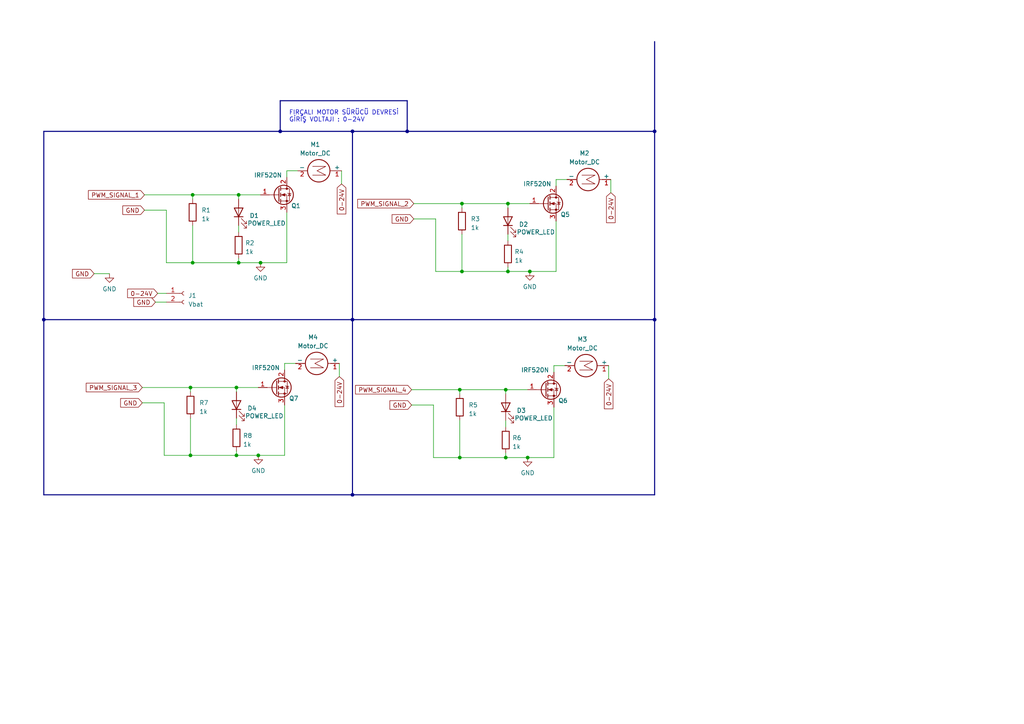
<source format=kicad_sch>
(kicad_sch (version 20230121) (generator eeschema)

  (uuid 1fdaaade-05a0-4beb-917c-f9b1a5dd5be2)

  (paper "A4")

  (lib_symbols
    (symbol "Connector:Conn_01x02_Socket" (pin_names (offset 1.016) hide) (in_bom yes) (on_board yes)
      (property "Reference" "J" (at 0 2.54 0)
        (effects (font (size 1.27 1.27)))
      )
      (property "Value" "Conn_01x02_Socket" (at 0 -5.08 0)
        (effects (font (size 1.27 1.27)))
      )
      (property "Footprint" "" (at 0 0 0)
        (effects (font (size 1.27 1.27)) hide)
      )
      (property "Datasheet" "~" (at 0 0 0)
        (effects (font (size 1.27 1.27)) hide)
      )
      (property "ki_locked" "" (at 0 0 0)
        (effects (font (size 1.27 1.27)))
      )
      (property "ki_keywords" "connector" (at 0 0 0)
        (effects (font (size 1.27 1.27)) hide)
      )
      (property "ki_description" "Generic connector, single row, 01x02, script generated" (at 0 0 0)
        (effects (font (size 1.27 1.27)) hide)
      )
      (property "ki_fp_filters" "Connector*:*_1x??_*" (at 0 0 0)
        (effects (font (size 1.27 1.27)) hide)
      )
      (symbol "Conn_01x02_Socket_1_1"
        (arc (start 0 -2.032) (mid -0.5058 -2.54) (end 0 -3.048)
          (stroke (width 0.1524) (type default))
          (fill (type none))
        )
        (polyline
          (pts
            (xy -1.27 -2.54)
            (xy -0.508 -2.54)
          )
          (stroke (width 0.1524) (type default))
          (fill (type none))
        )
        (polyline
          (pts
            (xy -1.27 0)
            (xy -0.508 0)
          )
          (stroke (width 0.1524) (type default))
          (fill (type none))
        )
        (arc (start 0 0.508) (mid -0.5058 0) (end 0 -0.508)
          (stroke (width 0.1524) (type default))
          (fill (type none))
        )
        (pin passive line (at -5.08 0 0) (length 3.81)
          (name "Pin_1" (effects (font (size 1.27 1.27))))
          (number "1" (effects (font (size 1.27 1.27))))
        )
        (pin passive line (at -5.08 -2.54 0) (length 3.81)
          (name "Pin_2" (effects (font (size 1.27 1.27))))
          (number "2" (effects (font (size 1.27 1.27))))
        )
      )
    )
    (symbol "Device:LED" (pin_numbers hide) (pin_names (offset 1.016) hide) (in_bom yes) (on_board yes)
      (property "Reference" "D" (at 0 2.54 0)
        (effects (font (size 1.27 1.27)))
      )
      (property "Value" "LED" (at 0 -2.54 0)
        (effects (font (size 1.27 1.27)))
      )
      (property "Footprint" "" (at 0 0 0)
        (effects (font (size 1.27 1.27)) hide)
      )
      (property "Datasheet" "~" (at 0 0 0)
        (effects (font (size 1.27 1.27)) hide)
      )
      (property "ki_keywords" "LED diode" (at 0 0 0)
        (effects (font (size 1.27 1.27)) hide)
      )
      (property "ki_description" "Light emitting diode" (at 0 0 0)
        (effects (font (size 1.27 1.27)) hide)
      )
      (property "ki_fp_filters" "LED* LED_SMD:* LED_THT:*" (at 0 0 0)
        (effects (font (size 1.27 1.27)) hide)
      )
      (symbol "LED_0_1"
        (polyline
          (pts
            (xy -1.27 -1.27)
            (xy -1.27 1.27)
          )
          (stroke (width 0.254) (type default))
          (fill (type none))
        )
        (polyline
          (pts
            (xy -1.27 0)
            (xy 1.27 0)
          )
          (stroke (width 0) (type default))
          (fill (type none))
        )
        (polyline
          (pts
            (xy 1.27 -1.27)
            (xy 1.27 1.27)
            (xy -1.27 0)
            (xy 1.27 -1.27)
          )
          (stroke (width 0.254) (type default))
          (fill (type none))
        )
        (polyline
          (pts
            (xy -3.048 -0.762)
            (xy -4.572 -2.286)
            (xy -3.81 -2.286)
            (xy -4.572 -2.286)
            (xy -4.572 -1.524)
          )
          (stroke (width 0) (type default))
          (fill (type none))
        )
        (polyline
          (pts
            (xy -1.778 -0.762)
            (xy -3.302 -2.286)
            (xy -2.54 -2.286)
            (xy -3.302 -2.286)
            (xy -3.302 -1.524)
          )
          (stroke (width 0) (type default))
          (fill (type none))
        )
      )
      (symbol "LED_1_1"
        (pin passive line (at -3.81 0 0) (length 2.54)
          (name "K" (effects (font (size 1.27 1.27))))
          (number "1" (effects (font (size 1.27 1.27))))
        )
        (pin passive line (at 3.81 0 180) (length 2.54)
          (name "A" (effects (font (size 1.27 1.27))))
          (number "2" (effects (font (size 1.27 1.27))))
        )
      )
    )
    (symbol "Device:R" (pin_numbers hide) (pin_names (offset 0)) (in_bom yes) (on_board yes)
      (property "Reference" "R" (at 2.032 0 90)
        (effects (font (size 1.27 1.27)))
      )
      (property "Value" "R" (at 0 0 90)
        (effects (font (size 1.27 1.27)))
      )
      (property "Footprint" "" (at -1.778 0 90)
        (effects (font (size 1.27 1.27)) hide)
      )
      (property "Datasheet" "~" (at 0 0 0)
        (effects (font (size 1.27 1.27)) hide)
      )
      (property "ki_keywords" "R res resistor" (at 0 0 0)
        (effects (font (size 1.27 1.27)) hide)
      )
      (property "ki_description" "Resistor" (at 0 0 0)
        (effects (font (size 1.27 1.27)) hide)
      )
      (property "ki_fp_filters" "R_*" (at 0 0 0)
        (effects (font (size 1.27 1.27)) hide)
      )
      (symbol "R_0_1"
        (rectangle (start -1.016 -2.54) (end 1.016 2.54)
          (stroke (width 0.254) (type default))
          (fill (type none))
        )
      )
      (symbol "R_1_1"
        (pin passive line (at 0 3.81 270) (length 1.27)
          (name "~" (effects (font (size 1.27 1.27))))
          (number "1" (effects (font (size 1.27 1.27))))
        )
        (pin passive line (at 0 -3.81 90) (length 1.27)
          (name "~" (effects (font (size 1.27 1.27))))
          (number "2" (effects (font (size 1.27 1.27))))
        )
      )
    )
    (symbol "Motor:Motor_DC" (pin_names (offset 0)) (in_bom yes) (on_board yes)
      (property "Reference" "M" (at 2.54 2.54 0)
        (effects (font (size 1.27 1.27)) (justify left))
      )
      (property "Value" "Motor_DC" (at 2.54 -5.08 0)
        (effects (font (size 1.27 1.27)) (justify left top))
      )
      (property "Footprint" "" (at 0 -2.286 0)
        (effects (font (size 1.27 1.27)) hide)
      )
      (property "Datasheet" "~" (at 0 -2.286 0)
        (effects (font (size 1.27 1.27)) hide)
      )
      (property "ki_keywords" "DC Motor" (at 0 0 0)
        (effects (font (size 1.27 1.27)) hide)
      )
      (property "ki_description" "DC Motor" (at 0 0 0)
        (effects (font (size 1.27 1.27)) hide)
      )
      (property "ki_fp_filters" "PinHeader*P2.54mm* TerminalBlock*" (at 0 0 0)
        (effects (font (size 1.27 1.27)) hide)
      )
      (symbol "Motor_DC_0_0"
        (polyline
          (pts
            (xy -1.27 -3.302)
            (xy -1.27 0.508)
            (xy 0 -2.032)
            (xy 1.27 0.508)
            (xy 1.27 -3.302)
          )
          (stroke (width 0) (type default))
          (fill (type none))
        )
      )
      (symbol "Motor_DC_0_1"
        (circle (center 0 -1.524) (radius 3.2512)
          (stroke (width 0.254) (type default))
          (fill (type none))
        )
        (polyline
          (pts
            (xy 0 -7.62)
            (xy 0 -7.112)
          )
          (stroke (width 0) (type default))
          (fill (type none))
        )
        (polyline
          (pts
            (xy 0 -4.7752)
            (xy 0 -5.1816)
          )
          (stroke (width 0) (type default))
          (fill (type none))
        )
        (polyline
          (pts
            (xy 0 1.7272)
            (xy 0 2.0828)
          )
          (stroke (width 0) (type default))
          (fill (type none))
        )
        (polyline
          (pts
            (xy 0 2.032)
            (xy 0 2.54)
          )
          (stroke (width 0) (type default))
          (fill (type none))
        )
      )
      (symbol "Motor_DC_1_1"
        (pin passive line (at 0 5.08 270) (length 2.54)
          (name "+" (effects (font (size 1.27 1.27))))
          (number "1" (effects (font (size 1.27 1.27))))
        )
        (pin passive line (at 0 -7.62 90) (length 2.54)
          (name "-" (effects (font (size 1.27 1.27))))
          (number "2" (effects (font (size 1.27 1.27))))
        )
      )
    )
    (symbol "Transistor_FET:IRF540N" (pin_names hide) (in_bom yes) (on_board yes)
      (property "Reference" "Q" (at 6.35 1.905 0)
        (effects (font (size 1.27 1.27)) (justify left))
      )
      (property "Value" "IRF540N" (at 6.35 0 0)
        (effects (font (size 1.27 1.27)) (justify left))
      )
      (property "Footprint" "Package_TO_SOT_THT:TO-220-3_Vertical" (at 6.35 -1.905 0)
        (effects (font (size 1.27 1.27) italic) (justify left) hide)
      )
      (property "Datasheet" "http://www.irf.com/product-info/datasheets/data/irf540n.pdf" (at 0 0 0)
        (effects (font (size 1.27 1.27)) (justify left) hide)
      )
      (property "ki_keywords" "HEXFET N-Channel MOSFET" (at 0 0 0)
        (effects (font (size 1.27 1.27)) hide)
      )
      (property "ki_description" "33A Id, 100V Vds, HEXFET N-Channel MOSFET, TO-220" (at 0 0 0)
        (effects (font (size 1.27 1.27)) hide)
      )
      (property "ki_fp_filters" "TO?220*" (at 0 0 0)
        (effects (font (size 1.27 1.27)) hide)
      )
      (symbol "IRF540N_0_1"
        (polyline
          (pts
            (xy 0.254 0)
            (xy -2.54 0)
          )
          (stroke (width 0) (type default))
          (fill (type none))
        )
        (polyline
          (pts
            (xy 0.254 1.905)
            (xy 0.254 -1.905)
          )
          (stroke (width 0.254) (type default))
          (fill (type none))
        )
        (polyline
          (pts
            (xy 0.762 -1.27)
            (xy 0.762 -2.286)
          )
          (stroke (width 0.254) (type default))
          (fill (type none))
        )
        (polyline
          (pts
            (xy 0.762 0.508)
            (xy 0.762 -0.508)
          )
          (stroke (width 0.254) (type default))
          (fill (type none))
        )
        (polyline
          (pts
            (xy 0.762 2.286)
            (xy 0.762 1.27)
          )
          (stroke (width 0.254) (type default))
          (fill (type none))
        )
        (polyline
          (pts
            (xy 2.54 2.54)
            (xy 2.54 1.778)
          )
          (stroke (width 0) (type default))
          (fill (type none))
        )
        (polyline
          (pts
            (xy 2.54 -2.54)
            (xy 2.54 0)
            (xy 0.762 0)
          )
          (stroke (width 0) (type default))
          (fill (type none))
        )
        (polyline
          (pts
            (xy 0.762 -1.778)
            (xy 3.302 -1.778)
            (xy 3.302 1.778)
            (xy 0.762 1.778)
          )
          (stroke (width 0) (type default))
          (fill (type none))
        )
        (polyline
          (pts
            (xy 1.016 0)
            (xy 2.032 0.381)
            (xy 2.032 -0.381)
            (xy 1.016 0)
          )
          (stroke (width 0) (type default))
          (fill (type outline))
        )
        (polyline
          (pts
            (xy 2.794 0.508)
            (xy 2.921 0.381)
            (xy 3.683 0.381)
            (xy 3.81 0.254)
          )
          (stroke (width 0) (type default))
          (fill (type none))
        )
        (polyline
          (pts
            (xy 3.302 0.381)
            (xy 2.921 -0.254)
            (xy 3.683 -0.254)
            (xy 3.302 0.381)
          )
          (stroke (width 0) (type default))
          (fill (type none))
        )
        (circle (center 1.651 0) (radius 2.794)
          (stroke (width 0.254) (type default))
          (fill (type none))
        )
        (circle (center 2.54 -1.778) (radius 0.254)
          (stroke (width 0) (type default))
          (fill (type outline))
        )
        (circle (center 2.54 1.778) (radius 0.254)
          (stroke (width 0) (type default))
          (fill (type outline))
        )
      )
      (symbol "IRF540N_1_1"
        (pin input line (at -5.08 0 0) (length 2.54)
          (name "G" (effects (font (size 1.27 1.27))))
          (number "1" (effects (font (size 1.27 1.27))))
        )
        (pin passive line (at 2.54 5.08 270) (length 2.54)
          (name "D" (effects (font (size 1.27 1.27))))
          (number "2" (effects (font (size 1.27 1.27))))
        )
        (pin passive line (at 2.54 -5.08 90) (length 2.54)
          (name "S" (effects (font (size 1.27 1.27))))
          (number "3" (effects (font (size 1.27 1.27))))
        )
      )
    )
    (symbol "power:GND" (power) (pin_names (offset 0)) (in_bom yes) (on_board yes)
      (property "Reference" "#PWR" (at 0 -6.35 0)
        (effects (font (size 1.27 1.27)) hide)
      )
      (property "Value" "GND" (at 0 -3.81 0)
        (effects (font (size 1.27 1.27)))
      )
      (property "Footprint" "" (at 0 0 0)
        (effects (font (size 1.27 1.27)) hide)
      )
      (property "Datasheet" "" (at 0 0 0)
        (effects (font (size 1.27 1.27)) hide)
      )
      (property "ki_keywords" "global power" (at 0 0 0)
        (effects (font (size 1.27 1.27)) hide)
      )
      (property "ki_description" "Power symbol creates a global label with name \"GND\" , ground" (at 0 0 0)
        (effects (font (size 1.27 1.27)) hide)
      )
      (symbol "GND_0_1"
        (polyline
          (pts
            (xy 0 0)
            (xy 0 -1.27)
            (xy 1.27 -1.27)
            (xy 0 -2.54)
            (xy -1.27 -1.27)
            (xy 0 -1.27)
          )
          (stroke (width 0) (type default))
          (fill (type none))
        )
      )
      (symbol "GND_1_1"
        (pin power_in line (at 0 0 270) (length 0) hide
          (name "GND" (effects (font (size 1.27 1.27))))
          (number "1" (effects (font (size 1.27 1.27))))
        )
      )
    )
  )

  (junction (at 153.035 132.715) (diameter 0) (color 0 0 0 0)
    (uuid 06927b01-0480-4dfa-9f22-7d95f2141f4f)
  )
  (junction (at 74.93 132.08) (diameter 0) (color 0 0 0 0)
    (uuid 0f93cf7b-c7ee-4dda-af63-2701694cd556)
  )
  (junction (at 147.32 78.74) (diameter 0) (color 0 0 0 0)
    (uuid 100c0c21-4ac8-428d-b9fa-f1892203c060)
  )
  (junction (at 75.565 76.2) (diameter 0) (color 0 0 0 0)
    (uuid 13f9f974-2923-420b-84b8-924651827537)
  )
  (junction (at 55.245 112.395) (diameter 0) (color 0 0 0 0)
    (uuid 149af89f-0879-44e3-b2e5-8cddba0657c9)
  )
  (junction (at 55.88 56.515) (diameter 0) (color 0 0 0 0)
    (uuid 1e177238-d4f2-4399-8577-1fe004215569)
  )
  (junction (at 153.67 78.74) (diameter 0) (color 0 0 0 0)
    (uuid 1e98990c-c7ed-4107-9aa0-54503f55dda9)
  )
  (junction (at 146.685 113.03) (diameter 0) (color 0 0 0 0)
    (uuid 20f22396-37b4-4e48-8651-062cfefc0d08)
  )
  (junction (at 147.32 59.055) (diameter 0) (color 0 0 0 0)
    (uuid 2288f5ba-20be-44c4-9194-18fd8bed517c)
  )
  (junction (at 12.7 92.71) (diameter 0) (color 0 0 0 0)
    (uuid 2801b9a6-8c88-49cb-bc83-fd3946605019)
  )
  (junction (at 68.58 132.08) (diameter 0) (color 0 0 0 0)
    (uuid 285480ca-17e1-4a2a-bae8-ad0516685bd5)
  )
  (junction (at 55.245 132.08) (diameter 0) (color 0 0 0 0)
    (uuid 28bba9f5-0601-4fae-974a-8a3d06957a78)
  )
  (junction (at 81.28 38.1) (diameter 0) (color 0 0 0 0)
    (uuid 2afd5048-150f-4cfe-8cc1-63644c4cc4e4)
  )
  (junction (at 102.235 92.71) (diameter 0) (color 0 0 0 0)
    (uuid 2cc21faf-28f0-4c1e-a84a-914467c981f2)
  )
  (junction (at 69.215 56.515) (diameter 0) (color 0 0 0 0)
    (uuid 3abbd779-b55f-4016-be15-cbd2021910d3)
  )
  (junction (at 55.88 76.2) (diameter 0) (color 0 0 0 0)
    (uuid 3ac43877-6bfa-4f97-afd1-945e79484603)
  )
  (junction (at 146.685 132.715) (diameter 0) (color 0 0 0 0)
    (uuid 479a2a86-595e-46c2-bf1f-47f22b95f023)
  )
  (junction (at 69.215 76.2) (diameter 0) (color 0 0 0 0)
    (uuid 4a8dfb40-e99e-4614-8375-72361e850450)
  )
  (junction (at 133.985 78.74) (diameter 0) (color 0 0 0 0)
    (uuid 4e969ad5-3aaa-4a91-a8e3-b7b923ff4898)
  )
  (junction (at 68.58 112.395) (diameter 0) (color 0 0 0 0)
    (uuid 6036ff12-e042-40c6-b220-a087b73565ff)
  )
  (junction (at 133.35 113.03) (diameter 0) (color 0 0 0 0)
    (uuid 694b91ca-6d14-4ff4-908e-03e266b123ec)
  )
  (junction (at 189.865 38.1) (diameter 0) (color 0 0 0 0)
    (uuid abd882b3-7489-41a5-ae65-e28913420fe9)
  )
  (junction (at 189.865 92.71) (diameter 0) (color 0 0 0 0)
    (uuid ae4f4afd-b11c-4353-a34f-bad5f356b4b0)
  )
  (junction (at 102.235 143.51) (diameter 0) (color 0 0 0 0)
    (uuid c6cdff3f-3749-46d4-9da8-7366d03f0149)
  )
  (junction (at 118.11 38.1) (diameter 0) (color 0 0 0 0)
    (uuid d3aef8e2-d6e3-463c-bd93-96da71eef6ad)
  )
  (junction (at 133.985 59.055) (diameter 0) (color 0 0 0 0)
    (uuid eb638226-3519-48ad-8e5f-a73ed0982f20)
  )
  (junction (at 133.35 132.715) (diameter 0) (color 0 0 0 0)
    (uuid f1c925db-ba83-4824-9fa7-7d324e8c8e2c)
  )
  (junction (at 102.235 38.1) (diameter 0) (color 0 0 0 0)
    (uuid f4a508f1-e6a2-4f64-9a3f-14b641e04a90)
  )

  (wire (pts (xy 160.655 106.045) (xy 160.655 107.95))
    (stroke (width 0) (type default))
    (uuid 04234e44-054d-4550-b118-d0995c820f3f)
  )
  (wire (pts (xy 126.365 63.5) (xy 120.015 63.5))
    (stroke (width 0) (type default))
    (uuid 0720832e-a891-4bf7-a619-33e1214cdf34)
  )
  (wire (pts (xy 55.245 132.08) (xy 68.58 132.08))
    (stroke (width 0) (type default))
    (uuid 0b1a3bd8-2797-470e-8870-837b5d207619)
  )
  (bus (pts (xy 12.7 38.1) (xy 12.7 92.71))
    (stroke (width 0) (type default))
    (uuid 0e5ea72b-e842-4572-ba29-10b53f2958a3)
  )

  (wire (pts (xy 68.58 132.08) (xy 68.58 130.81))
    (stroke (width 0) (type default))
    (uuid 0efaa087-ada8-4a04-b71b-957c7c417edf)
  )
  (bus (pts (xy 189.865 92.71) (xy 189.865 143.51))
    (stroke (width 0) (type default))
    (uuid 10fe130a-b052-4b28-8787-1cfcf421a2b0)
  )

  (wire (pts (xy 133.35 121.92) (xy 133.35 132.715))
    (stroke (width 0) (type default))
    (uuid 115ab2f8-203a-4a18-9dfc-2b4e4cc22ea5)
  )
  (wire (pts (xy 55.88 76.2) (xy 69.215 76.2))
    (stroke (width 0) (type default))
    (uuid 12950664-ae17-4a4a-8913-36473bef1303)
  )
  (bus (pts (xy 102.235 143.51) (xy 12.7 143.51))
    (stroke (width 0) (type default))
    (uuid 14f2cc80-ac24-40bb-9450-e12da0594b23)
  )

  (wire (pts (xy 69.215 76.2) (xy 75.565 76.2))
    (stroke (width 0) (type default))
    (uuid 15874f07-3ad5-4123-93ea-6ffbaf7c6e3d)
  )
  (wire (pts (xy 45.72 85.09) (xy 48.26 85.09))
    (stroke (width 0) (type default))
    (uuid 15d422e5-ea25-471c-a327-75444de5cedb)
  )
  (wire (pts (xy 125.73 117.475) (xy 125.73 132.715))
    (stroke (width 0) (type default))
    (uuid 19fedf18-361b-4e11-bff2-dfdeaccf6608)
  )
  (bus (pts (xy 189.865 143.51) (xy 102.235 143.51))
    (stroke (width 0) (type default))
    (uuid 1a9fa78d-227a-4686-9717-47f6ee81b1f1)
  )
  (bus (pts (xy 102.235 92.71) (xy 102.235 38.1))
    (stroke (width 0) (type default))
    (uuid 1b2b3498-7293-44a0-898b-ca690bf89ffd)
  )

  (wire (pts (xy 41.91 56.515) (xy 55.88 56.515))
    (stroke (width 0) (type default))
    (uuid 1d635875-d1b0-4524-86c5-8f2b63f9fe5f)
  )
  (bus (pts (xy 12.7 92.71) (xy 12.7 143.51))
    (stroke (width 0) (type default))
    (uuid 20c3b625-22b6-4cc9-a3f7-8bcf42606f85)
  )
  (bus (pts (xy 118.11 29.21) (xy 118.11 38.1))
    (stroke (width 0) (type default))
    (uuid 22e4d149-0f3c-4090-a5ce-78f2d6aaadf3)
  )

  (wire (pts (xy 69.215 56.515) (xy 75.565 56.515))
    (stroke (width 0) (type default))
    (uuid 2898b2a1-72a1-4626-8838-e8e9c5dbd7c3)
  )
  (wire (pts (xy 125.73 117.475) (xy 119.38 117.475))
    (stroke (width 0) (type default))
    (uuid 293f3ccd-a165-4dbb-993c-12d1b76c8e69)
  )
  (wire (pts (xy 48.26 76.2) (xy 55.88 76.2))
    (stroke (width 0) (type default))
    (uuid 29f62fa7-91a9-42bd-b873-37d1f1c9e1fd)
  )
  (wire (pts (xy 68.58 132.08) (xy 74.93 132.08))
    (stroke (width 0) (type default))
    (uuid 2bc10a42-b300-4dde-b0ee-efd5f4542c02)
  )
  (bus (pts (xy 102.235 92.71) (xy 189.865 92.71))
    (stroke (width 0) (type default))
    (uuid 2d8a0014-e681-49fc-9939-413b5495c05c)
  )

  (wire (pts (xy 133.35 113.03) (xy 146.685 113.03))
    (stroke (width 0) (type default))
    (uuid 31deb244-a157-4cb9-86d6-ecb419080f15)
  )
  (bus (pts (xy 12.7 92.71) (xy 102.235 92.71))
    (stroke (width 0) (type default))
    (uuid 33811e75-f88d-4167-a1c2-205ebf9fda52)
  )

  (wire (pts (xy 146.685 132.715) (xy 146.685 131.445))
    (stroke (width 0) (type default))
    (uuid 3560abf9-e27d-44d1-b6ff-9d5f8d53372f)
  )
  (wire (pts (xy 47.625 116.84) (xy 47.625 132.08))
    (stroke (width 0) (type default))
    (uuid 37608123-3842-401e-9e89-0e66456db313)
  )
  (wire (pts (xy 69.215 76.2) (xy 69.215 74.93))
    (stroke (width 0) (type default))
    (uuid 38f1c265-34de-499f-9aeb-e078f6daf820)
  )
  (wire (pts (xy 27.305 79.375) (xy 31.75 79.375))
    (stroke (width 0) (type default))
    (uuid 3ec653cf-f2ec-4f76-814d-012566997565)
  )
  (wire (pts (xy 55.88 56.515) (xy 69.215 56.515))
    (stroke (width 0) (type default))
    (uuid 43d89d19-b841-49dc-a324-7ad53c6fd0f0)
  )
  (wire (pts (xy 83.185 76.2) (xy 75.565 76.2))
    (stroke (width 0) (type default))
    (uuid 4717e6f4-5974-4124-a3d4-58cc68704531)
  )
  (wire (pts (xy 146.685 121.92) (xy 146.685 123.825))
    (stroke (width 0) (type default))
    (uuid 47c45f3b-5cc3-4969-9004-34d353df8740)
  )
  (wire (pts (xy 68.58 112.395) (xy 74.93 112.395))
    (stroke (width 0) (type default))
    (uuid 497ddebd-7db7-46fc-8485-018906fb2bd9)
  )
  (wire (pts (xy 99.06 49.53) (xy 99.06 53.34))
    (stroke (width 0) (type default))
    (uuid 4e964a29-b84b-44d3-8c5d-c434794f80f8)
  )
  (wire (pts (xy 47.625 116.84) (xy 41.275 116.84))
    (stroke (width 0) (type default))
    (uuid 52ee6f59-1f84-4424-ada3-027a0bbbd57e)
  )
  (wire (pts (xy 48.26 60.96) (xy 41.91 60.96))
    (stroke (width 0) (type default))
    (uuid 53b1aaf9-19c5-47dc-b5d0-468ce760d244)
  )
  (wire (pts (xy 133.985 67.945) (xy 133.985 78.74))
    (stroke (width 0) (type default))
    (uuid 5eed6bdb-3df2-480d-93d7-cc0919b3eb31)
  )
  (wire (pts (xy 83.185 49.53) (xy 83.185 51.435))
    (stroke (width 0) (type default))
    (uuid 6467dbfb-7664-4df8-9089-d297e55f5cf1)
  )
  (wire (pts (xy 68.58 121.285) (xy 68.58 123.19))
    (stroke (width 0) (type default))
    (uuid 66901b7e-3243-44ff-b302-3ea547e79ce3)
  )
  (wire (pts (xy 133.985 78.74) (xy 147.32 78.74))
    (stroke (width 0) (type default))
    (uuid 694bde44-a025-448a-ba46-205d7331aca6)
  )
  (wire (pts (xy 47.625 132.08) (xy 55.245 132.08))
    (stroke (width 0) (type default))
    (uuid 71927b94-ee36-4301-a7fb-73fddcb835ea)
  )
  (bus (pts (xy 102.235 92.71) (xy 102.235 143.51))
    (stroke (width 0) (type default))
    (uuid 769d722e-080a-4204-9f70-9a7aa060f835)
  )

  (wire (pts (xy 147.32 59.055) (xy 153.67 59.055))
    (stroke (width 0) (type default))
    (uuid 775f2f6b-3d74-4a12-a0b3-b31c023acd16)
  )
  (wire (pts (xy 98.425 105.41) (xy 98.425 109.22))
    (stroke (width 0) (type default))
    (uuid 8030dbfb-77c7-432a-9df1-57f805c9a284)
  )
  (wire (pts (xy 133.985 60.325) (xy 133.985 59.055))
    (stroke (width 0) (type default))
    (uuid 80c93cbe-007b-4050-91f3-07213ec36135)
  )
  (wire (pts (xy 55.88 65.405) (xy 55.88 76.2))
    (stroke (width 0) (type default))
    (uuid 8334f647-52d4-454c-8e47-601021122d47)
  )
  (wire (pts (xy 147.32 60.325) (xy 147.32 59.055))
    (stroke (width 0) (type default))
    (uuid 87373f3e-9df2-438e-b646-e2264692a622)
  )
  (wire (pts (xy 133.35 132.715) (xy 146.685 132.715))
    (stroke (width 0) (type default))
    (uuid 8bb0cc43-75c4-4d19-8349-10580d472699)
  )
  (wire (pts (xy 161.29 64.135) (xy 161.29 78.74))
    (stroke (width 0) (type default))
    (uuid 8bd9fcc7-6e7a-4f85-8e0f-e1b0ff6e4e0c)
  )
  (wire (pts (xy 83.185 61.595) (xy 83.185 76.2))
    (stroke (width 0) (type default))
    (uuid 8df67496-bc9f-4e8e-9f78-373467289570)
  )
  (wire (pts (xy 126.365 78.74) (xy 133.985 78.74))
    (stroke (width 0) (type default))
    (uuid 90dec197-c81e-4887-9a5b-0a7316562b25)
  )
  (wire (pts (xy 41.275 112.395) (xy 55.245 112.395))
    (stroke (width 0) (type default))
    (uuid 9b5361c3-b7bc-4c8f-ac74-bbfa30933e0f)
  )
  (bus (pts (xy 118.11 38.1) (xy 189.865 38.1))
    (stroke (width 0) (type default))
    (uuid 9c952ab0-a3c4-4145-937a-7db5be24ad66)
  )

  (wire (pts (xy 85.725 105.41) (xy 82.55 105.41))
    (stroke (width 0) (type default))
    (uuid 9fbfb0c4-0e91-4f98-b7a9-d2146fd943e3)
  )
  (bus (pts (xy 189.865 12.065) (xy 189.865 38.1))
    (stroke (width 0) (type default))
    (uuid a151bc1e-bd19-43b6-bdf6-e1d3ee1321fd)
  )

  (wire (pts (xy 126.365 63.5) (xy 126.365 78.74))
    (stroke (width 0) (type default))
    (uuid a1c8bd00-6d7c-4c2e-9162-b45072ccb93f)
  )
  (wire (pts (xy 82.55 117.475) (xy 82.55 132.08))
    (stroke (width 0) (type default))
    (uuid a55c8ae8-4275-44ec-a2b4-1294bc49499d)
  )
  (wire (pts (xy 146.685 113.03) (xy 153.035 113.03))
    (stroke (width 0) (type default))
    (uuid a6222179-5779-4df8-888f-9aab2e3817a7)
  )
  (wire (pts (xy 48.26 60.96) (xy 48.26 76.2))
    (stroke (width 0) (type default))
    (uuid a76b36a2-7658-49fc-863f-611954dddf90)
  )
  (wire (pts (xy 55.245 112.395) (xy 68.58 112.395))
    (stroke (width 0) (type default))
    (uuid a7952d68-5f9f-475c-902e-42e1e74a5374)
  )
  (bus (pts (xy 102.235 38.1) (xy 118.11 38.1))
    (stroke (width 0) (type default))
    (uuid aae4107b-26ce-454d-9e94-2761c28eda75)
  )

  (wire (pts (xy 176.53 106.045) (xy 176.53 109.855))
    (stroke (width 0) (type default))
    (uuid adc516bc-7da2-4af1-862e-287c50e7618b)
  )
  (wire (pts (xy 147.32 67.945) (xy 147.32 69.85))
    (stroke (width 0) (type default))
    (uuid adff20aa-2ee1-4ef3-945e-2de0510a495a)
  )
  (wire (pts (xy 160.655 132.715) (xy 153.035 132.715))
    (stroke (width 0) (type default))
    (uuid b15960aa-358e-4cc0-a221-be78452fed3f)
  )
  (wire (pts (xy 163.83 106.045) (xy 160.655 106.045))
    (stroke (width 0) (type default))
    (uuid b21ebccb-ca75-4e9d-9a55-7303ae2a62dc)
  )
  (bus (pts (xy 81.28 38.1) (xy 81.28 29.21))
    (stroke (width 0) (type default))
    (uuid b52f8b72-99ec-4315-a903-1c833fbd922d)
  )

  (wire (pts (xy 69.215 65.405) (xy 69.215 67.31))
    (stroke (width 0) (type default))
    (uuid b6d9ee40-46ba-403b-82e1-10085cd4757f)
  )
  (wire (pts (xy 161.29 52.07) (xy 161.29 53.975))
    (stroke (width 0) (type default))
    (uuid b99a261d-3936-4af8-b3d1-960d0e059ccd)
  )
  (wire (pts (xy 164.465 52.07) (xy 161.29 52.07))
    (stroke (width 0) (type default))
    (uuid c2992c1a-ee47-4bde-a198-9fb13a97c497)
  )
  (bus (pts (xy 102.235 38.1) (xy 81.28 38.1))
    (stroke (width 0) (type default))
    (uuid c9004478-b7d6-4758-a7db-4b0fbd17da3e)
  )

  (wire (pts (xy 119.38 113.03) (xy 133.35 113.03))
    (stroke (width 0) (type default))
    (uuid cbce7f07-2c7c-4b90-b443-9e3c3dcb084e)
  )
  (wire (pts (xy 161.29 78.74) (xy 153.67 78.74))
    (stroke (width 0) (type default))
    (uuid cea0628f-361d-418b-a65d-03151bcf4def)
  )
  (bus (pts (xy 189.865 38.1) (xy 189.865 92.71))
    (stroke (width 0) (type default))
    (uuid d057afd5-67d3-43bd-bc03-a05cbba9356e)
  )
  (bus (pts (xy 81.28 38.1) (xy 12.7 38.1))
    (stroke (width 0) (type default))
    (uuid d3ff8a00-f194-4192-90c1-7cdd4c6710a9)
  )

  (wire (pts (xy 86.36 49.53) (xy 83.185 49.53))
    (stroke (width 0) (type default))
    (uuid d546f025-0d53-4613-bf65-2fe9a2e36eca)
  )
  (wire (pts (xy 45.085 87.63) (xy 48.26 87.63))
    (stroke (width 0) (type default))
    (uuid d696a0de-5e84-4413-9138-dcc9b8c5ca8a)
  )
  (wire (pts (xy 133.985 59.055) (xy 147.32 59.055))
    (stroke (width 0) (type default))
    (uuid d89b1fdc-59aa-476a-8d72-31d01360d5bc)
  )
  (wire (pts (xy 55.245 121.285) (xy 55.245 132.08))
    (stroke (width 0) (type default))
    (uuid dc401924-ae1d-4e5b-8513-03c86717673e)
  )
  (wire (pts (xy 69.215 57.785) (xy 69.215 56.515))
    (stroke (width 0) (type default))
    (uuid dc9fa320-cdea-4537-b968-0db8dd2e073a)
  )
  (wire (pts (xy 160.655 118.11) (xy 160.655 132.715))
    (stroke (width 0) (type default))
    (uuid dedfe620-1e2b-400d-9705-8f0471441a4b)
  )
  (wire (pts (xy 82.55 132.08) (xy 74.93 132.08))
    (stroke (width 0) (type default))
    (uuid e01c5060-7ab6-4a98-b6f8-813b6490ae9c)
  )
  (wire (pts (xy 146.685 114.3) (xy 146.685 113.03))
    (stroke (width 0) (type default))
    (uuid e221c99e-dc0a-4615-8245-939b1656e1d0)
  )
  (wire (pts (xy 133.35 114.3) (xy 133.35 113.03))
    (stroke (width 0) (type default))
    (uuid e4ce0507-678a-4d3c-b84a-0e6993ab8fb4)
  )
  (wire (pts (xy 147.32 78.74) (xy 153.67 78.74))
    (stroke (width 0) (type default))
    (uuid e8d8aa4b-127a-47c5-9068-4d3a87256477)
  )
  (wire (pts (xy 55.88 57.785) (xy 55.88 56.515))
    (stroke (width 0) (type default))
    (uuid e8f92412-ac47-49a4-96a4-de8f1c1713b2)
  )
  (wire (pts (xy 147.32 78.74) (xy 147.32 77.47))
    (stroke (width 0) (type default))
    (uuid e904a8c6-f743-463d-8dfc-ec26514bd05d)
  )
  (wire (pts (xy 55.245 113.665) (xy 55.245 112.395))
    (stroke (width 0) (type default))
    (uuid e9fdf701-14c7-45fa-9721-7797dfbe32df)
  )
  (wire (pts (xy 146.685 132.715) (xy 153.035 132.715))
    (stroke (width 0) (type default))
    (uuid ec8dc5f3-f2ee-4ff7-8191-23d3fd1a72d3)
  )
  (wire (pts (xy 177.165 52.07) (xy 177.165 55.88))
    (stroke (width 0) (type default))
    (uuid ec94565e-7378-439d-a853-97af5f1e8eeb)
  )
  (wire (pts (xy 82.55 105.41) (xy 82.55 107.315))
    (stroke (width 0) (type default))
    (uuid f1b7c35c-a4ed-4f8a-bb27-2e34a7e8f6a9)
  )
  (bus (pts (xy 81.28 29.21) (xy 118.11 29.21))
    (stroke (width 0) (type default))
    (uuid f43e01c3-6686-472c-bfcf-2b370e1aef26)
  )

  (wire (pts (xy 125.73 132.715) (xy 133.35 132.715))
    (stroke (width 0) (type default))
    (uuid f9140720-bcc6-4c41-84cd-a381a2715fd1)
  )
  (wire (pts (xy 120.015 59.055) (xy 133.985 59.055))
    (stroke (width 0) (type default))
    (uuid fab4d138-e460-4031-858f-401d8f8506eb)
  )
  (wire (pts (xy 68.58 113.665) (xy 68.58 112.395))
    (stroke (width 0) (type default))
    (uuid fdea7d60-588b-4673-8da0-616830f1a5de)
  )

  (text "FIRÇALI MOTOR SÜRÜCÜ DEVRESİ\nGİRİŞ VOLTAJI : 0-24V"
    (at 83.82 35.56 0)
    (effects (font (size 1.27 1.27)) (justify left bottom))
    (uuid 33ed9753-0a20-4937-bcdc-4d179dbc9ba1)
  )

  (global_label "GND" (shape input) (at 120.015 63.5 180) (fields_autoplaced)
    (effects (font (size 1.27 1.27)) (justify right))
    (uuid 0eb7867f-61fa-41cd-b892-7f3454ef4cea)
    (property "Intersheetrefs" "${INTERSHEET_REFS}" (at 113.2387 63.5 0)
      (effects (font (size 1.27 1.27)) (justify right) hide)
    )
  )
  (global_label "0-24V" (shape input) (at 99.06 53.34 270) (fields_autoplaced)
    (effects (font (size 1.27 1.27)) (justify right))
    (uuid 12f9f37e-0faf-4535-9ada-bb0f74c94d4e)
    (property "Intersheetrefs" "${INTERSHEET_REFS}" (at 99.06 62.5353 90)
      (effects (font (size 1.27 1.27)) (justify right) hide)
    )
  )
  (global_label "GND" (shape input) (at 27.305 79.375 180) (fields_autoplaced)
    (effects (font (size 1.27 1.27)) (justify right))
    (uuid 29c42449-e3d4-444e-bf26-5fc8497cfd6b)
    (property "Intersheetrefs" "${INTERSHEET_REFS}" (at 20.5287 79.375 0)
      (effects (font (size 1.27 1.27)) (justify right) hide)
    )
  )
  (global_label "0-24V" (shape input) (at 45.72 85.09 180) (fields_autoplaced)
    (effects (font (size 1.27 1.27)) (justify right))
    (uuid 44fdf085-41ff-4b00-84c7-cee32306e337)
    (property "Intersheetrefs" "${INTERSHEET_REFS}" (at 36.5247 85.09 0)
      (effects (font (size 1.27 1.27)) (justify right) hide)
    )
  )
  (global_label "PWM_SIGNAL_1" (shape input) (at 41.91 56.515 180) (fields_autoplaced)
    (effects (font (size 1.27 1.27)) (justify right))
    (uuid 4d9683f0-ff3f-4439-a661-a5c65ac86d64)
    (property "Intersheetrefs" "${INTERSHEET_REFS}" (at 25.1552 56.515 0)
      (effects (font (size 1.27 1.27)) (justify right) hide)
    )
  )
  (global_label "PWM_SIGNAL_2" (shape input) (at 120.015 59.055 180) (fields_autoplaced)
    (effects (font (size 1.27 1.27)) (justify right))
    (uuid 652c9bbb-64eb-4690-938e-0d866406f828)
    (property "Intersheetrefs" "${INTERSHEET_REFS}" (at 103.2602 59.055 0)
      (effects (font (size 1.27 1.27)) (justify right) hide)
    )
  )
  (global_label "0-24V" (shape input) (at 176.53 109.855 270) (fields_autoplaced)
    (effects (font (size 1.27 1.27)) (justify right))
    (uuid 6c3eec2f-fa69-4273-bce3-7b609c08badb)
    (property "Intersheetrefs" "${INTERSHEET_REFS}" (at 176.53 119.0503 90)
      (effects (font (size 1.27 1.27)) (justify right) hide)
    )
  )
  (global_label "0-24V" (shape input) (at 177.165 55.88 270) (fields_autoplaced)
    (effects (font (size 1.27 1.27)) (justify right))
    (uuid 6f0e7522-99bb-4290-bcb9-197c59c9d90c)
    (property "Intersheetrefs" "${INTERSHEET_REFS}" (at 177.165 65.0753 90)
      (effects (font (size 1.27 1.27)) (justify right) hide)
    )
  )
  (global_label "GND" (shape input) (at 119.38 117.475 180) (fields_autoplaced)
    (effects (font (size 1.27 1.27)) (justify right))
    (uuid 88756549-a501-40fc-b0c8-82f34f088434)
    (property "Intersheetrefs" "${INTERSHEET_REFS}" (at 112.6037 117.475 0)
      (effects (font (size 1.27 1.27)) (justify right) hide)
    )
  )
  (global_label "0-24V" (shape input) (at 98.425 109.22 270) (fields_autoplaced)
    (effects (font (size 1.27 1.27)) (justify right))
    (uuid b9cff2c5-2a30-4cda-9358-d854ecb8258f)
    (property "Intersheetrefs" "${INTERSHEET_REFS}" (at 98.425 118.4153 90)
      (effects (font (size 1.27 1.27)) (justify right) hide)
    )
  )
  (global_label "PWM_SIGNAL_4" (shape input) (at 119.38 113.03 180) (fields_autoplaced)
    (effects (font (size 1.27 1.27)) (justify right))
    (uuid cb478d0d-b437-465a-9f2c-3bc8d12ff6f6)
    (property "Intersheetrefs" "${INTERSHEET_REFS}" (at 102.6252 113.03 0)
      (effects (font (size 1.27 1.27)) (justify right) hide)
    )
  )
  (global_label "GND" (shape input) (at 41.91 60.96 180) (fields_autoplaced)
    (effects (font (size 1.27 1.27)) (justify right))
    (uuid cc4fd9d7-02b2-4c77-a72c-2579e8c5b63f)
    (property "Intersheetrefs" "${INTERSHEET_REFS}" (at 35.1337 60.96 0)
      (effects (font (size 1.27 1.27)) (justify right) hide)
    )
  )
  (global_label "GND" (shape input) (at 45.085 87.63 180) (fields_autoplaced)
    (effects (font (size 1.27 1.27)) (justify right))
    (uuid d684f401-45a5-42f2-bfa1-27002cda5fa6)
    (property "Intersheetrefs" "${INTERSHEET_REFS}" (at 38.3087 87.63 0)
      (effects (font (size 1.27 1.27)) (justify right) hide)
    )
  )
  (global_label "PWM_SIGNAL_3" (shape input) (at 41.275 112.395 180) (fields_autoplaced)
    (effects (font (size 1.27 1.27)) (justify right))
    (uuid dd4cdbfb-694b-4812-91bb-a60c9bbd7ebd)
    (property "Intersheetrefs" "${INTERSHEET_REFS}" (at 24.5202 112.395 0)
      (effects (font (size 1.27 1.27)) (justify right) hide)
    )
  )
  (global_label "GND" (shape input) (at 41.275 116.84 180) (fields_autoplaced)
    (effects (font (size 1.27 1.27)) (justify right))
    (uuid ea784529-a8ce-4bbc-8529-025f8630abd3)
    (property "Intersheetrefs" "${INTERSHEET_REFS}" (at 34.4987 116.84 0)
      (effects (font (size 1.27 1.27)) (justify right) hide)
    )
  )

  (symbol (lib_id "Transistor_FET:IRF540N") (at 158.75 59.055 0) (unit 1)
    (in_bom yes) (on_board yes) (dnp no)
    (uuid 03d8b7c0-33fc-4955-9b93-b6f0e9d316e7)
    (property "Reference" "Q5" (at 162.56 62.23 0)
      (effects (font (size 1.27 1.27)) (justify left))
    )
    (property "Value" "IRF520N" (at 151.765 53.34 0)
      (effects (font (size 1.27 1.27)) (justify left))
    )
    (property "Footprint" "Package_TO_SOT_THT:TO-220-3_Vertical" (at 165.1 60.96 0)
      (effects (font (size 1.27 1.27) italic) (justify left) hide)
    )
    (property "Datasheet" "http://www.irf.com/product-info/datasheets/data/irf540n.pdf" (at 158.75 59.055 0)
      (effects (font (size 1.27 1.27)) (justify left) hide)
    )
    (pin "1" (uuid 7ea64735-72ee-41ce-87bb-05374ba829eb))
    (pin "2" (uuid 010c2d60-6b67-41f0-a2ed-456a6d4530af))
    (pin "3" (uuid 6004976a-8608-4817-afc0-0aa253a82985))
    (instances
      (project "Fırçalı_drone_motor_sürücü_devresi"
        (path "/1fdaaade-05a0-4beb-917c-f9b1a5dd5be2"
          (reference "Q5") (unit 1)
        )
      )
    )
  )

  (symbol (lib_id "power:GND") (at 75.565 76.2 0) (unit 1)
    (in_bom yes) (on_board yes) (dnp no) (fields_autoplaced)
    (uuid 0e6016c6-faaa-4a2a-a40d-37b68645d6a5)
    (property "Reference" "#PWR03" (at 75.565 82.55 0)
      (effects (font (size 1.27 1.27)) hide)
    )
    (property "Value" "GND" (at 75.565 80.645 0)
      (effects (font (size 1.27 1.27)))
    )
    (property "Footprint" "" (at 75.565 76.2 0)
      (effects (font (size 1.27 1.27)) hide)
    )
    (property "Datasheet" "" (at 75.565 76.2 0)
      (effects (font (size 1.27 1.27)) hide)
    )
    (pin "1" (uuid 5b95b161-28f4-42ef-b6b0-684c377f5625))
    (instances
      (project "Fırçalı_drone_motor_sürücü_devresi"
        (path "/1fdaaade-05a0-4beb-917c-f9b1a5dd5be2"
          (reference "#PWR03") (unit 1)
        )
      )
    )
  )

  (symbol (lib_id "Device:LED") (at 147.32 64.135 90) (unit 1)
    (in_bom yes) (on_board yes) (dnp no)
    (uuid 1c81b2ae-a2fa-401d-ba6a-25cbb6cb8cc7)
    (property "Reference" "D2" (at 150.495 65.0875 90)
      (effects (font (size 1.27 1.27)) (justify right))
    )
    (property "Value" "POWER_LED" (at 149.86 67.31 90)
      (effects (font (size 1.27 1.27)) (justify right))
    )
    (property "Footprint" "Diode_THT:D_DO-15_P2.54mm_Vertical_AnodeUp" (at 147.32 64.135 0)
      (effects (font (size 1.27 1.27)) hide)
    )
    (property "Datasheet" "~" (at 147.32 64.135 0)
      (effects (font (size 1.27 1.27)) hide)
    )
    (pin "1" (uuid 741304dd-5a3b-44cb-8323-c138d58f0fa7))
    (pin "2" (uuid f01a6f4c-6948-4ed0-a0e2-11ee9e402300))
    (instances
      (project "Fırçalı_drone_motor_sürücü_devresi"
        (path "/1fdaaade-05a0-4beb-917c-f9b1a5dd5be2"
          (reference "D2") (unit 1)
        )
      )
    )
  )

  (symbol (lib_id "Motor:Motor_DC") (at 171.45 106.045 270) (unit 1)
    (in_bom yes) (on_board yes) (dnp no) (fields_autoplaced)
    (uuid 1c83d767-e81a-4a2c-aaf5-5a0316f00e18)
    (property "Reference" "M3" (at 168.91 98.425 90)
      (effects (font (size 1.27 1.27)))
    )
    (property "Value" "Motor_DC" (at 168.91 100.965 90)
      (effects (font (size 1.27 1.27)))
    )
    (property "Footprint" "Connector_PinHeader_2.54mm:PinHeader_1x02_P2.54mm_Vertical" (at 169.164 106.045 0)
      (effects (font (size 1.27 1.27)) hide)
    )
    (property "Datasheet" "~" (at 169.164 106.045 0)
      (effects (font (size 1.27 1.27)) hide)
    )
    (pin "1" (uuid 47558986-e008-47ae-8766-6a8b15633751))
    (pin "2" (uuid 2790a26b-7804-4788-a8a3-8079bfcbb127))
    (instances
      (project "Fırçalı_drone_motor_sürücü_devresi"
        (path "/1fdaaade-05a0-4beb-917c-f9b1a5dd5be2"
          (reference "M3") (unit 1)
        )
      )
    )
  )

  (symbol (lib_id "Device:LED") (at 69.215 61.595 90) (unit 1)
    (in_bom yes) (on_board yes) (dnp no)
    (uuid 2183b60d-e3a2-4fa2-b3ad-b397a35339c8)
    (property "Reference" "D1" (at 72.39 62.5475 90)
      (effects (font (size 1.27 1.27)) (justify right))
    )
    (property "Value" "POWER_LED" (at 71.755 64.77 90)
      (effects (font (size 1.27 1.27)) (justify right))
    )
    (property "Footprint" "Diode_THT:D_DO-15_P2.54mm_Vertical_AnodeUp" (at 69.215 61.595 0)
      (effects (font (size 1.27 1.27)) hide)
    )
    (property "Datasheet" "~" (at 69.215 61.595 0)
      (effects (font (size 1.27 1.27)) hide)
    )
    (pin "1" (uuid 69af55c1-87ae-4faa-9815-7f1434f1046d))
    (pin "2" (uuid 24871273-be8e-4bd4-b53d-b9bcb988d32f))
    (instances
      (project "Fırçalı_drone_motor_sürücü_devresi"
        (path "/1fdaaade-05a0-4beb-917c-f9b1a5dd5be2"
          (reference "D1") (unit 1)
        )
      )
    )
  )

  (symbol (lib_id "Device:R") (at 55.245 117.475 0) (unit 1)
    (in_bom yes) (on_board yes) (dnp no) (fields_autoplaced)
    (uuid 24495601-d6ae-4649-a479-45bd5a2f71bb)
    (property "Reference" "R7" (at 57.785 116.84 0)
      (effects (font (size 1.27 1.27)) (justify left))
    )
    (property "Value" "1k" (at 57.785 119.38 0)
      (effects (font (size 1.27 1.27)) (justify left))
    )
    (property "Footprint" "Resistor_THT:R_Axial_DIN0207_L6.3mm_D2.5mm_P7.62mm_Horizontal" (at 53.467 117.475 90)
      (effects (font (size 1.27 1.27)) hide)
    )
    (property "Datasheet" "~" (at 55.245 117.475 0)
      (effects (font (size 1.27 1.27)) hide)
    )
    (pin "1" (uuid 6f2d8b77-d09c-4ceb-86e5-b02547d3df90))
    (pin "2" (uuid 43ba3e3e-61ce-4d11-8894-6da2255db65f))
    (instances
      (project "Fırçalı_drone_motor_sürücü_devresi"
        (path "/1fdaaade-05a0-4beb-917c-f9b1a5dd5be2"
          (reference "R7") (unit 1)
        )
      )
    )
  )

  (symbol (lib_id "Connector:Conn_01x02_Socket") (at 53.34 85.09 0) (unit 1)
    (in_bom yes) (on_board yes) (dnp no) (fields_autoplaced)
    (uuid 25ba199d-011b-40f3-839d-9e2f6de2580d)
    (property "Reference" "J1" (at 54.61 85.725 0)
      (effects (font (size 1.27 1.27)) (justify left))
    )
    (property "Value" "Vbat" (at 54.61 88.265 0)
      (effects (font (size 1.27 1.27)) (justify left))
    )
    (property "Footprint" "Connector_PinHeader_2.54mm:PinHeader_1x02_P2.54mm_Vertical" (at 53.34 85.09 0)
      (effects (font (size 1.27 1.27)) hide)
    )
    (property "Datasheet" "~" (at 53.34 85.09 0)
      (effects (font (size 1.27 1.27)) hide)
    )
    (pin "1" (uuid a65355a6-1336-46c0-a0d7-bbab822d7e30))
    (pin "2" (uuid 3c21c7db-3c13-41b9-a539-980135e65fd5))
    (instances
      (project "Fırçalı_drone_motor_sürücü_devresi"
        (path "/1fdaaade-05a0-4beb-917c-f9b1a5dd5be2"
          (reference "J1") (unit 1)
        )
      )
    )
  )

  (symbol (lib_id "power:GND") (at 153.67 78.74 0) (unit 1)
    (in_bom yes) (on_board yes) (dnp no) (fields_autoplaced)
    (uuid 2b7c290a-9dd6-464c-94f7-41d4ffaa464a)
    (property "Reference" "#PWR04" (at 153.67 85.09 0)
      (effects (font (size 1.27 1.27)) hide)
    )
    (property "Value" "GND" (at 153.67 83.185 0)
      (effects (font (size 1.27 1.27)))
    )
    (property "Footprint" "" (at 153.67 78.74 0)
      (effects (font (size 1.27 1.27)) hide)
    )
    (property "Datasheet" "" (at 153.67 78.74 0)
      (effects (font (size 1.27 1.27)) hide)
    )
    (pin "1" (uuid d1828189-da49-47dd-aa69-2686bcea59df))
    (instances
      (project "Fırçalı_drone_motor_sürücü_devresi"
        (path "/1fdaaade-05a0-4beb-917c-f9b1a5dd5be2"
          (reference "#PWR04") (unit 1)
        )
      )
    )
  )

  (symbol (lib_id "Device:R") (at 55.88 61.595 0) (unit 1)
    (in_bom yes) (on_board yes) (dnp no) (fields_autoplaced)
    (uuid 3094041c-7219-42c1-a53f-a034bdaa26a1)
    (property "Reference" "R1" (at 58.42 60.96 0)
      (effects (font (size 1.27 1.27)) (justify left))
    )
    (property "Value" "1k" (at 58.42 63.5 0)
      (effects (font (size 1.27 1.27)) (justify left))
    )
    (property "Footprint" "Resistor_THT:R_Axial_DIN0207_L6.3mm_D2.5mm_P7.62mm_Horizontal" (at 54.102 61.595 90)
      (effects (font (size 1.27 1.27)) hide)
    )
    (property "Datasheet" "~" (at 55.88 61.595 0)
      (effects (font (size 1.27 1.27)) hide)
    )
    (pin "1" (uuid a4e06d04-5237-4530-b1e4-450290cbf32f))
    (pin "2" (uuid e51b4a2f-fa3f-4570-a6c6-fa26a85887e7))
    (instances
      (project "Fırçalı_drone_motor_sürücü_devresi"
        (path "/1fdaaade-05a0-4beb-917c-f9b1a5dd5be2"
          (reference "R1") (unit 1)
        )
      )
    )
  )

  (symbol (lib_id "Device:LED") (at 146.685 118.11 90) (unit 1)
    (in_bom yes) (on_board yes) (dnp no)
    (uuid 33e44a22-a265-41e1-bae4-d2f5b773026d)
    (property "Reference" "D3" (at 149.86 119.0625 90)
      (effects (font (size 1.27 1.27)) (justify right))
    )
    (property "Value" "POWER_LED" (at 149.225 121.285 90)
      (effects (font (size 1.27 1.27)) (justify right))
    )
    (property "Footprint" "Diode_THT:D_DO-15_P2.54mm_Vertical_AnodeUp" (at 146.685 118.11 0)
      (effects (font (size 1.27 1.27)) hide)
    )
    (property "Datasheet" "~" (at 146.685 118.11 0)
      (effects (font (size 1.27 1.27)) hide)
    )
    (pin "1" (uuid 6de426bd-e555-4f67-b50d-cfbe9f0ffa23))
    (pin "2" (uuid 8d0c94f7-e98b-40dc-be08-33f262284f79))
    (instances
      (project "Fırçalı_drone_motor_sürücü_devresi"
        (path "/1fdaaade-05a0-4beb-917c-f9b1a5dd5be2"
          (reference "D3") (unit 1)
        )
      )
    )
  )

  (symbol (lib_id "power:GND") (at 74.93 132.08 0) (unit 1)
    (in_bom yes) (on_board yes) (dnp no) (fields_autoplaced)
    (uuid 3f471b5e-ee00-414e-b27c-e060e8e9d05f)
    (property "Reference" "#PWR08" (at 74.93 138.43 0)
      (effects (font (size 1.27 1.27)) hide)
    )
    (property "Value" "GND" (at 74.93 136.525 0)
      (effects (font (size 1.27 1.27)))
    )
    (property "Footprint" "" (at 74.93 132.08 0)
      (effects (font (size 1.27 1.27)) hide)
    )
    (property "Datasheet" "" (at 74.93 132.08 0)
      (effects (font (size 1.27 1.27)) hide)
    )
    (pin "1" (uuid f5ddf178-1c88-4748-9e85-c366e1449f62))
    (instances
      (project "Fırçalı_drone_motor_sürücü_devresi"
        (path "/1fdaaade-05a0-4beb-917c-f9b1a5dd5be2"
          (reference "#PWR08") (unit 1)
        )
      )
    )
  )

  (symbol (lib_id "Transistor_FET:IRF540N") (at 80.645 56.515 0) (unit 1)
    (in_bom yes) (on_board yes) (dnp no)
    (uuid 5129500d-c37e-447b-8a13-e3666a143626)
    (property "Reference" "Q1" (at 84.455 59.69 0)
      (effects (font (size 1.27 1.27)) (justify left))
    )
    (property "Value" "IRF520N" (at 73.66 50.8 0)
      (effects (font (size 1.27 1.27)) (justify left))
    )
    (property "Footprint" "Package_TO_SOT_THT:TO-220-3_Vertical" (at 86.995 58.42 0)
      (effects (font (size 1.27 1.27) italic) (justify left) hide)
    )
    (property "Datasheet" "http://www.irf.com/product-info/datasheets/data/irf540n.pdf" (at 80.645 56.515 0)
      (effects (font (size 1.27 1.27)) (justify left) hide)
    )
    (pin "1" (uuid f5ea6edb-8807-4a7a-a670-7d831787bdc5))
    (pin "2" (uuid cd73f09f-2f75-4e6f-a8da-7736c8c84025))
    (pin "3" (uuid 8d555f9c-fde2-47bf-8bf7-4eb1ffe7d43f))
    (instances
      (project "Fırçalı_drone_motor_sürücü_devresi"
        (path "/1fdaaade-05a0-4beb-917c-f9b1a5dd5be2"
          (reference "Q1") (unit 1)
        )
      )
    )
  )

  (symbol (lib_id "power:GND") (at 153.035 132.715 0) (unit 1)
    (in_bom yes) (on_board yes) (dnp no) (fields_autoplaced)
    (uuid 51f02a91-232c-42a2-bea1-f220bf81b771)
    (property "Reference" "#PWR06" (at 153.035 139.065 0)
      (effects (font (size 1.27 1.27)) hide)
    )
    (property "Value" "GND" (at 153.035 137.16 0)
      (effects (font (size 1.27 1.27)))
    )
    (property "Footprint" "" (at 153.035 132.715 0)
      (effects (font (size 1.27 1.27)) hide)
    )
    (property "Datasheet" "" (at 153.035 132.715 0)
      (effects (font (size 1.27 1.27)) hide)
    )
    (pin "1" (uuid b84e72c5-96ea-48e5-ab22-465fa92f50b5))
    (instances
      (project "Fırçalı_drone_motor_sürücü_devresi"
        (path "/1fdaaade-05a0-4beb-917c-f9b1a5dd5be2"
          (reference "#PWR06") (unit 1)
        )
      )
    )
  )

  (symbol (lib_id "Device:R") (at 69.215 71.12 0) (unit 1)
    (in_bom yes) (on_board yes) (dnp no) (fields_autoplaced)
    (uuid 54aac393-f488-4128-a6fb-155f374ba022)
    (property "Reference" "R2" (at 71.12 70.485 0)
      (effects (font (size 1.27 1.27)) (justify left))
    )
    (property "Value" "1k" (at 71.12 73.025 0)
      (effects (font (size 1.27 1.27)) (justify left))
    )
    (property "Footprint" "Resistor_THT:R_Axial_DIN0207_L6.3mm_D2.5mm_P7.62mm_Horizontal" (at 67.437 71.12 90)
      (effects (font (size 1.27 1.27)) hide)
    )
    (property "Datasheet" "~" (at 69.215 71.12 0)
      (effects (font (size 1.27 1.27)) hide)
    )
    (pin "1" (uuid 9c542b06-ff67-464f-bef8-b0a97b37c82b))
    (pin "2" (uuid 8432f286-c5e7-498f-b9f3-fc9ab3cbe864))
    (instances
      (project "Fırçalı_drone_motor_sürücü_devresi"
        (path "/1fdaaade-05a0-4beb-917c-f9b1a5dd5be2"
          (reference "R2") (unit 1)
        )
      )
    )
  )

  (symbol (lib_id "Motor:Motor_DC") (at 172.085 52.07 270) (unit 1)
    (in_bom yes) (on_board yes) (dnp no) (fields_autoplaced)
    (uuid 68add7e7-7602-408a-ae50-b448a128d454)
    (property "Reference" "M2" (at 169.545 44.45 90)
      (effects (font (size 1.27 1.27)))
    )
    (property "Value" "Motor_DC" (at 169.545 46.99 90)
      (effects (font (size 1.27 1.27)))
    )
    (property "Footprint" "Connector_PinHeader_2.54mm:PinHeader_1x02_P2.54mm_Vertical" (at 169.799 52.07 0)
      (effects (font (size 1.27 1.27)) hide)
    )
    (property "Datasheet" "~" (at 169.799 52.07 0)
      (effects (font (size 1.27 1.27)) hide)
    )
    (pin "1" (uuid c8f6ec3c-c250-4aca-a22a-2bbbc57321bd))
    (pin "2" (uuid 407ddb1f-8a3c-4978-9d64-8f52e2646a2e))
    (instances
      (project "Fırçalı_drone_motor_sürücü_devresi"
        (path "/1fdaaade-05a0-4beb-917c-f9b1a5dd5be2"
          (reference "M2") (unit 1)
        )
      )
    )
  )

  (symbol (lib_id "Device:R") (at 133.35 118.11 0) (unit 1)
    (in_bom yes) (on_board yes) (dnp no) (fields_autoplaced)
    (uuid 6be2c9b3-13ef-425a-83cc-344f611e9ea5)
    (property "Reference" "R5" (at 135.89 117.475 0)
      (effects (font (size 1.27 1.27)) (justify left))
    )
    (property "Value" "1k" (at 135.89 120.015 0)
      (effects (font (size 1.27 1.27)) (justify left))
    )
    (property "Footprint" "Resistor_THT:R_Axial_DIN0207_L6.3mm_D2.5mm_P7.62mm_Horizontal" (at 131.572 118.11 90)
      (effects (font (size 1.27 1.27)) hide)
    )
    (property "Datasheet" "~" (at 133.35 118.11 0)
      (effects (font (size 1.27 1.27)) hide)
    )
    (pin "1" (uuid 78c2acab-bf56-4633-85c4-026ae8473b4c))
    (pin "2" (uuid 631c2bb1-8157-4709-8015-9ce480916c74))
    (instances
      (project "Fırçalı_drone_motor_sürücü_devresi"
        (path "/1fdaaade-05a0-4beb-917c-f9b1a5dd5be2"
          (reference "R5") (unit 1)
        )
      )
    )
  )

  (symbol (lib_id "Transistor_FET:IRF540N") (at 158.115 113.03 0) (unit 1)
    (in_bom yes) (on_board yes) (dnp no)
    (uuid 778d8378-0c7e-4498-a710-2cf7fd93ba38)
    (property "Reference" "Q6" (at 161.925 116.205 0)
      (effects (font (size 1.27 1.27)) (justify left))
    )
    (property "Value" "IRF520N" (at 151.13 107.315 0)
      (effects (font (size 1.27 1.27)) (justify left))
    )
    (property "Footprint" "Package_TO_SOT_THT:TO-220-3_Vertical" (at 164.465 114.935 0)
      (effects (font (size 1.27 1.27) italic) (justify left) hide)
    )
    (property "Datasheet" "http://www.irf.com/product-info/datasheets/data/irf540n.pdf" (at 158.115 113.03 0)
      (effects (font (size 1.27 1.27)) (justify left) hide)
    )
    (pin "1" (uuid c81d9474-f18f-43ad-b425-547ffb7b72da))
    (pin "2" (uuid ca7939a1-adee-463a-a2e9-f53b598f48f0))
    (pin "3" (uuid fdafc5f0-c570-4d42-845a-e76b872c1e33))
    (instances
      (project "Fırçalı_drone_motor_sürücü_devresi"
        (path "/1fdaaade-05a0-4beb-917c-f9b1a5dd5be2"
          (reference "Q6") (unit 1)
        )
      )
    )
  )

  (symbol (lib_id "Device:LED") (at 68.58 117.475 90) (unit 1)
    (in_bom yes) (on_board yes) (dnp no)
    (uuid 7e6acf9e-76f1-4e0a-badd-27be20d54a8f)
    (property "Reference" "D4" (at 71.755 118.4275 90)
      (effects (font (size 1.27 1.27)) (justify right))
    )
    (property "Value" "POWER_LED" (at 71.12 120.65 90)
      (effects (font (size 1.27 1.27)) (justify right))
    )
    (property "Footprint" "Diode_THT:D_DO-15_P2.54mm_Vertical_AnodeUp" (at 68.58 117.475 0)
      (effects (font (size 1.27 1.27)) hide)
    )
    (property "Datasheet" "~" (at 68.58 117.475 0)
      (effects (font (size 1.27 1.27)) hide)
    )
    (pin "1" (uuid 680a3aeb-4ebe-4dd0-9ba3-c37f7802ed94))
    (pin "2" (uuid b6d9cba4-ebb0-4166-b2f3-488d4f52dae4))
    (instances
      (project "Fırçalı_drone_motor_sürücü_devresi"
        (path "/1fdaaade-05a0-4beb-917c-f9b1a5dd5be2"
          (reference "D4") (unit 1)
        )
      )
    )
  )

  (symbol (lib_id "Device:R") (at 146.685 127.635 0) (unit 1)
    (in_bom yes) (on_board yes) (dnp no) (fields_autoplaced)
    (uuid 85fb9e48-3702-4fa6-b27e-971ceb657fdd)
    (property "Reference" "R6" (at 148.59 127 0)
      (effects (font (size 1.27 1.27)) (justify left))
    )
    (property "Value" "1k" (at 148.59 129.54 0)
      (effects (font (size 1.27 1.27)) (justify left))
    )
    (property "Footprint" "Resistor_THT:R_Axial_DIN0207_L6.3mm_D2.5mm_P7.62mm_Horizontal" (at 144.907 127.635 90)
      (effects (font (size 1.27 1.27)) hide)
    )
    (property "Datasheet" "~" (at 146.685 127.635 0)
      (effects (font (size 1.27 1.27)) hide)
    )
    (pin "1" (uuid 05d63598-5886-40e4-bd05-8ae780811345))
    (pin "2" (uuid 2bdc845f-e69e-4798-9394-309a45ee7969))
    (instances
      (project "Fırçalı_drone_motor_sürücü_devresi"
        (path "/1fdaaade-05a0-4beb-917c-f9b1a5dd5be2"
          (reference "R6") (unit 1)
        )
      )
    )
  )

  (symbol (lib_id "Device:R") (at 147.32 73.66 0) (unit 1)
    (in_bom yes) (on_board yes) (dnp no) (fields_autoplaced)
    (uuid 99d5fd1c-5cb0-4be8-a3c3-e1be37f8981c)
    (property "Reference" "R4" (at 149.225 73.025 0)
      (effects (font (size 1.27 1.27)) (justify left))
    )
    (property "Value" "1k" (at 149.225 75.565 0)
      (effects (font (size 1.27 1.27)) (justify left))
    )
    (property "Footprint" "Resistor_THT:R_Axial_DIN0207_L6.3mm_D2.5mm_P7.62mm_Horizontal" (at 145.542 73.66 90)
      (effects (font (size 1.27 1.27)) hide)
    )
    (property "Datasheet" "~" (at 147.32 73.66 0)
      (effects (font (size 1.27 1.27)) hide)
    )
    (pin "1" (uuid d4e82a8b-d502-4288-a3b9-ba7183991c95))
    (pin "2" (uuid 3e39ef5c-1b2b-4091-93fd-51abbbd048e6))
    (instances
      (project "Fırçalı_drone_motor_sürücü_devresi"
        (path "/1fdaaade-05a0-4beb-917c-f9b1a5dd5be2"
          (reference "R4") (unit 1)
        )
      )
    )
  )

  (symbol (lib_id "Device:R") (at 68.58 127 0) (unit 1)
    (in_bom yes) (on_board yes) (dnp no) (fields_autoplaced)
    (uuid a31e58cd-fabd-46da-a1c2-d516d306dc09)
    (property "Reference" "R8" (at 70.485 126.365 0)
      (effects (font (size 1.27 1.27)) (justify left))
    )
    (property "Value" "1k" (at 70.485 128.905 0)
      (effects (font (size 1.27 1.27)) (justify left))
    )
    (property "Footprint" "Resistor_THT:R_Axial_DIN0207_L6.3mm_D2.5mm_P7.62mm_Horizontal" (at 66.802 127 90)
      (effects (font (size 1.27 1.27)) hide)
    )
    (property "Datasheet" "~" (at 68.58 127 0)
      (effects (font (size 1.27 1.27)) hide)
    )
    (pin "1" (uuid 164d3959-362f-492b-933f-6ec70267beca))
    (pin "2" (uuid a8e2adb0-1797-42aa-8242-668497ab59ad))
    (instances
      (project "Fırçalı_drone_motor_sürücü_devresi"
        (path "/1fdaaade-05a0-4beb-917c-f9b1a5dd5be2"
          (reference "R8") (unit 1)
        )
      )
    )
  )

  (symbol (lib_id "Transistor_FET:IRF540N") (at 80.01 112.395 0) (unit 1)
    (in_bom yes) (on_board yes) (dnp no)
    (uuid c3bf390d-23a7-4c5f-bd9e-8755154486fa)
    (property "Reference" "Q7" (at 83.82 115.57 0)
      (effects (font (size 1.27 1.27)) (justify left))
    )
    (property "Value" "IRF520N" (at 73.025 106.68 0)
      (effects (font (size 1.27 1.27)) (justify left))
    )
    (property "Footprint" "Package_TO_SOT_THT:TO-220-3_Vertical" (at 86.36 114.3 0)
      (effects (font (size 1.27 1.27) italic) (justify left) hide)
    )
    (property "Datasheet" "http://www.irf.com/product-info/datasheets/data/irf540n.pdf" (at 80.01 112.395 0)
      (effects (font (size 1.27 1.27)) (justify left) hide)
    )
    (pin "1" (uuid 62c2399c-f098-467f-8cbb-dfa1d2160f7f))
    (pin "2" (uuid 25ad8e34-e9d5-41a8-a09c-c7c4db3b055a))
    (pin "3" (uuid 40446937-ce61-4388-b79a-53e20459c6c7))
    (instances
      (project "Fırçalı_drone_motor_sürücü_devresi"
        (path "/1fdaaade-05a0-4beb-917c-f9b1a5dd5be2"
          (reference "Q7") (unit 1)
        )
      )
    )
  )

  (symbol (lib_id "Device:R") (at 133.985 64.135 0) (unit 1)
    (in_bom yes) (on_board yes) (dnp no) (fields_autoplaced)
    (uuid c73a28fd-470d-411e-8392-67fd1c19cd77)
    (property "Reference" "R3" (at 136.525 63.5 0)
      (effects (font (size 1.27 1.27)) (justify left))
    )
    (property "Value" "1k" (at 136.525 66.04 0)
      (effects (font (size 1.27 1.27)) (justify left))
    )
    (property "Footprint" "Resistor_THT:R_Axial_DIN0207_L6.3mm_D2.5mm_P7.62mm_Horizontal" (at 132.207 64.135 90)
      (effects (font (size 1.27 1.27)) hide)
    )
    (property "Datasheet" "~" (at 133.985 64.135 0)
      (effects (font (size 1.27 1.27)) hide)
    )
    (pin "1" (uuid bc719d52-5725-487d-afaa-2f5f17d5e243))
    (pin "2" (uuid ec7e47eb-99a2-44af-a9d9-59322baf33cd))
    (instances
      (project "Fırçalı_drone_motor_sürücü_devresi"
        (path "/1fdaaade-05a0-4beb-917c-f9b1a5dd5be2"
          (reference "R3") (unit 1)
        )
      )
    )
  )

  (symbol (lib_id "power:GND") (at 31.75 79.375 0) (unit 1)
    (in_bom yes) (on_board yes) (dnp no) (fields_autoplaced)
    (uuid cdc7a5e8-e94f-4010-b330-5223ae99442d)
    (property "Reference" "#PWR01" (at 31.75 85.725 0)
      (effects (font (size 1.27 1.27)) hide)
    )
    (property "Value" "GND" (at 31.75 83.82 0)
      (effects (font (size 1.27 1.27)))
    )
    (property "Footprint" "" (at 31.75 79.375 0)
      (effects (font (size 1.27 1.27)) hide)
    )
    (property "Datasheet" "" (at 31.75 79.375 0)
      (effects (font (size 1.27 1.27)) hide)
    )
    (pin "1" (uuid 0cdb844d-b20e-4fbf-b240-ec0e30e6cc38))
    (instances
      (project "Fırçalı_drone_motor_sürücü_devresi"
        (path "/1fdaaade-05a0-4beb-917c-f9b1a5dd5be2"
          (reference "#PWR01") (unit 1)
        )
      )
    )
  )

  (symbol (lib_id "Motor:Motor_DC") (at 93.98 49.53 270) (unit 1)
    (in_bom yes) (on_board yes) (dnp no) (fields_autoplaced)
    (uuid da7dd944-a035-4cea-a2c6-2b970b895b29)
    (property "Reference" "M1" (at 91.44 41.91 90)
      (effects (font (size 1.27 1.27)))
    )
    (property "Value" "Motor_DC" (at 91.44 44.45 90)
      (effects (font (size 1.27 1.27)))
    )
    (property "Footprint" "Connector_PinHeader_2.54mm:PinHeader_1x02_P2.54mm_Vertical" (at 91.694 49.53 0)
      (effects (font (size 1.27 1.27)) hide)
    )
    (property "Datasheet" "~" (at 91.694 49.53 0)
      (effects (font (size 1.27 1.27)) hide)
    )
    (pin "1" (uuid 2069124c-fb8c-49b8-b7af-d1663a5beb87))
    (pin "2" (uuid d033252b-82d5-457d-8fa0-85dcad5d7634))
    (instances
      (project "Fırçalı_drone_motor_sürücü_devresi"
        (path "/1fdaaade-05a0-4beb-917c-f9b1a5dd5be2"
          (reference "M1") (unit 1)
        )
      )
    )
  )

  (symbol (lib_id "Motor:Motor_DC") (at 93.345 105.41 270) (unit 1)
    (in_bom yes) (on_board yes) (dnp no) (fields_autoplaced)
    (uuid e0674367-7247-4bba-a59b-45903e89e46b)
    (property "Reference" "M4" (at 90.805 97.79 90)
      (effects (font (size 1.27 1.27)))
    )
    (property "Value" "Motor_DC" (at 90.805 100.33 90)
      (effects (font (size 1.27 1.27)))
    )
    (property "Footprint" "Connector_PinHeader_2.54mm:PinHeader_1x02_P2.54mm_Vertical" (at 91.059 105.41 0)
      (effects (font (size 1.27 1.27)) hide)
    )
    (property "Datasheet" "~" (at 91.059 105.41 0)
      (effects (font (size 1.27 1.27)) hide)
    )
    (pin "1" (uuid e22340eb-6bc4-4eec-8af5-dd2b1b66d6fc))
    (pin "2" (uuid 9d504ce7-1d0f-4819-b20d-53060ba8d59e))
    (instances
      (project "Fırçalı_drone_motor_sürücü_devresi"
        (path "/1fdaaade-05a0-4beb-917c-f9b1a5dd5be2"
          (reference "M4") (unit 1)
        )
      )
    )
  )

  (sheet_instances
    (path "/" (page "1"))
  )
)

</source>
